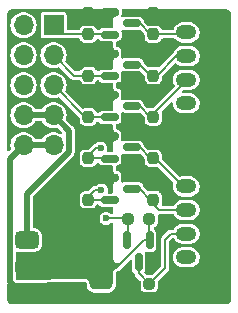
<source format=gtl>
G04 #@! TF.GenerationSoftware,KiCad,Pcbnew,8.0.5*
G04 #@! TF.CreationDate,2025-02-14T04:05:40-05:00*
G04 #@! TF.ProjectId,UTSM Adaptor,5554534d-2041-4646-9170-746f722e6b69,rev?*
G04 #@! TF.SameCoordinates,Original*
G04 #@! TF.FileFunction,Copper,L1,Top*
G04 #@! TF.FilePolarity,Positive*
%FSLAX46Y46*%
G04 Gerber Fmt 4.6, Leading zero omitted, Abs format (unit mm)*
G04 Created by KiCad (PCBNEW 8.0.5) date 2025-02-14 04:05:40*
%MOMM*%
%LPD*%
G01*
G04 APERTURE LIST*
G04 Aperture macros list*
%AMRoundRect*
0 Rectangle with rounded corners*
0 $1 Rounding radius*
0 $2 $3 $4 $5 $6 $7 $8 $9 X,Y pos of 4 corners*
0 Add a 4 corners polygon primitive as box body*
4,1,4,$2,$3,$4,$5,$6,$7,$8,$9,$2,$3,0*
0 Add four circle primitives for the rounded corners*
1,1,$1+$1,$2,$3*
1,1,$1+$1,$4,$5*
1,1,$1+$1,$6,$7*
1,1,$1+$1,$8,$9*
0 Add four rect primitives between the rounded corners*
20,1,$1+$1,$2,$3,$4,$5,0*
20,1,$1+$1,$4,$5,$6,$7,0*
20,1,$1+$1,$6,$7,$8,$9,0*
20,1,$1+$1,$8,$9,$2,$3,0*%
G04 Aperture macros list end*
G04 #@! TA.AperFunction,SMDPad,CuDef*
%ADD10RoundRect,0.237500X-0.237500X0.250000X-0.237500X-0.250000X0.237500X-0.250000X0.237500X0.250000X0*%
G04 #@! TD*
G04 #@! TA.AperFunction,SMDPad,CuDef*
%ADD11RoundRect,0.150000X-0.587500X-0.150000X0.587500X-0.150000X0.587500X0.150000X-0.587500X0.150000X0*%
G04 #@! TD*
G04 #@! TA.AperFunction,ComponentPad*
%ADD12RoundRect,0.250000X0.625000X-0.350000X0.625000X0.350000X-0.625000X0.350000X-0.625000X-0.350000X0*%
G04 #@! TD*
G04 #@! TA.AperFunction,ComponentPad*
%ADD13O,1.750000X1.200000*%
G04 #@! TD*
G04 #@! TA.AperFunction,SMDPad,CuDef*
%ADD14RoundRect,0.237500X0.250000X0.237500X-0.250000X0.237500X-0.250000X-0.237500X0.250000X-0.237500X0*%
G04 #@! TD*
G04 #@! TA.AperFunction,SMDPad,CuDef*
%ADD15RoundRect,0.237500X-0.250000X-0.237500X0.250000X-0.237500X0.250000X0.237500X-0.250000X0.237500X0*%
G04 #@! TD*
G04 #@! TA.AperFunction,SMDPad,CuDef*
%ADD16RoundRect,0.375000X-0.625000X-0.375000X0.625000X-0.375000X0.625000X0.375000X-0.625000X0.375000X0*%
G04 #@! TD*
G04 #@! TA.AperFunction,SMDPad,CuDef*
%ADD17RoundRect,0.500000X-0.500000X-1.400000X0.500000X-1.400000X0.500000X1.400000X-0.500000X1.400000X0*%
G04 #@! TD*
G04 #@! TA.AperFunction,SMDPad,CuDef*
%ADD18RoundRect,0.150000X-0.150000X0.587500X-0.150000X-0.587500X0.150000X-0.587500X0.150000X0.587500X0*%
G04 #@! TD*
G04 #@! TA.AperFunction,ComponentPad*
%ADD19R,1.700000X1.700000*%
G04 #@! TD*
G04 #@! TA.AperFunction,ComponentPad*
%ADD20O,1.700000X1.700000*%
G04 #@! TD*
G04 #@! TA.AperFunction,ViaPad*
%ADD21C,0.600000*%
G04 #@! TD*
G04 #@! TA.AperFunction,Conductor*
%ADD22C,0.500000*%
G04 #@! TD*
G04 #@! TA.AperFunction,Conductor*
%ADD23C,0.200000*%
G04 #@! TD*
G04 APERTURE END LIST*
D10*
X118000000Y-62287500D03*
X118000000Y-64112500D03*
X123500000Y-62287500D03*
X123500000Y-64112500D03*
X123500000Y-55287500D03*
X123500000Y-57112500D03*
X118012500Y-58787500D03*
X118012500Y-60612500D03*
D11*
X119812500Y-65750000D03*
X119812500Y-67650000D03*
X121687500Y-66700000D03*
X119812500Y-58750000D03*
X119812500Y-60650000D03*
X121687500Y-59700000D03*
D10*
X118000000Y-65787500D03*
X118000000Y-67612500D03*
X118000000Y-69287500D03*
X118000000Y-71112500D03*
X123500000Y-69287500D03*
X123500000Y-71112500D03*
X123512500Y-58787500D03*
X123512500Y-60612500D03*
X118000000Y-55287500D03*
X118000000Y-57112500D03*
D12*
X126300000Y-64962500D03*
D13*
X126300000Y-62962500D03*
X126300000Y-60962500D03*
X126300000Y-58962500D03*
X126300000Y-56962500D03*
D10*
X123500000Y-65787500D03*
X123500000Y-67612500D03*
D14*
X123162500Y-72750000D03*
X121337500Y-72750000D03*
D15*
X121337500Y-78250000D03*
X123162500Y-78250000D03*
D16*
X112800000Y-74550000D03*
X112800000Y-76850000D03*
D17*
X119100000Y-76850000D03*
D16*
X112800000Y-79150000D03*
D12*
X126300000Y-78000000D03*
D13*
X126300000Y-76000000D03*
X126300000Y-74000000D03*
X126300000Y-72000000D03*
X126300000Y-70000000D03*
D11*
X119812500Y-62250000D03*
X119812500Y-64150000D03*
X121687500Y-63200000D03*
X119825000Y-55250000D03*
X119825000Y-57150000D03*
X121700000Y-56200000D03*
X119812500Y-69250000D03*
X119812500Y-71150000D03*
X121687500Y-70200000D03*
D18*
X123200000Y-74562500D03*
X121300000Y-74562500D03*
X122250000Y-76437500D03*
D19*
X115050000Y-56350000D03*
D20*
X112510000Y-56350000D03*
X115050000Y-58890000D03*
X112510000Y-58890000D03*
X115050000Y-61430000D03*
X112510000Y-61430000D03*
X115050000Y-63970000D03*
X112510000Y-63970000D03*
X115050000Y-66510000D03*
X112510000Y-66510000D03*
D21*
X119100000Y-70300000D03*
X119500000Y-72700000D03*
X119050000Y-66750000D03*
D22*
X115050000Y-63970000D02*
X112510000Y-63970000D01*
X115050000Y-63970000D02*
X116350000Y-65270000D01*
X116350000Y-65270000D02*
X116350000Y-67048478D01*
X116350000Y-67048478D02*
X112800000Y-70598478D01*
X112800000Y-70598478D02*
X112800000Y-74550000D01*
D23*
X123162500Y-74525000D02*
X123200000Y-74562500D01*
X117750000Y-65787500D02*
X119525000Y-65787500D01*
X119525000Y-62287500D02*
X119562500Y-62250000D01*
X123162500Y-72750000D02*
X123162500Y-74525000D01*
X119537500Y-55287500D02*
X119575000Y-55250000D01*
X119100000Y-76850000D02*
X120390552Y-76850000D01*
X122678052Y-74562500D02*
X123200000Y-74562500D01*
X120390552Y-76850000D02*
X122678052Y-74562500D01*
X119525000Y-58787500D02*
X119562500Y-58750000D01*
X119525000Y-65787500D02*
X119562500Y-65750000D01*
X117762500Y-58787500D02*
X119525000Y-58787500D01*
X119525000Y-69287500D02*
X119562500Y-69250000D01*
X117750000Y-55287500D02*
X119537500Y-55287500D01*
X117750000Y-69287500D02*
X119525000Y-69287500D01*
X117750000Y-62287500D02*
X119525000Y-62287500D01*
D22*
X111350000Y-78050000D02*
X111350000Y-67670000D01*
X112510000Y-66510000D02*
X115050000Y-66510000D01*
X112450000Y-79150000D02*
X111350000Y-78050000D01*
X111350000Y-67670000D02*
X112510000Y-66510000D01*
X112800000Y-79150000D02*
X112450000Y-79150000D01*
D23*
X117750000Y-57112500D02*
X115812500Y-57112500D01*
X119537500Y-57112500D02*
X119575000Y-57150000D01*
X117750000Y-57112500D02*
X119537500Y-57112500D01*
X115812500Y-57112500D02*
X115050000Y-56350000D01*
X117732500Y-64112500D02*
X115050000Y-61430000D01*
X119525000Y-64112500D02*
X119562500Y-64150000D01*
X117750000Y-64112500D02*
X117732500Y-64112500D01*
X117750000Y-64112500D02*
X119525000Y-64112500D01*
X119525000Y-71112500D02*
X119562500Y-71150000D01*
X118562500Y-70300000D02*
X117750000Y-71112500D01*
X119100000Y-70300000D02*
X118562500Y-70300000D01*
X117750000Y-71112500D02*
X119525000Y-71112500D01*
X121337500Y-74525000D02*
X121300000Y-74562500D01*
X121287500Y-72700000D02*
X121337500Y-72750000D01*
X119500000Y-72700000D02*
X121287500Y-72700000D01*
X121337500Y-72750000D02*
X121337500Y-74525000D01*
X117762500Y-60612500D02*
X119525000Y-60612500D01*
X119525000Y-60612500D02*
X119562500Y-60650000D01*
X117762500Y-60612500D02*
X116772500Y-60612500D01*
X116772500Y-60612500D02*
X115050000Y-58890000D01*
X118612500Y-66750000D02*
X117750000Y-67612500D01*
X119525000Y-67612500D02*
X119562500Y-67650000D01*
X117750000Y-67612500D02*
X119525000Y-67612500D01*
X119050000Y-66750000D02*
X118612500Y-66750000D01*
X123250000Y-71112500D02*
X123250000Y-71250000D01*
X124000000Y-72000000D02*
X126000000Y-72000000D01*
X122337500Y-70200000D02*
X123250000Y-71112500D01*
X123250000Y-71250000D02*
X124000000Y-72000000D01*
X121437500Y-70200000D02*
X122337500Y-70200000D01*
X125850000Y-57112500D02*
X126000000Y-56962500D01*
X122337500Y-56200000D02*
X123250000Y-57112500D01*
X123250000Y-57112500D02*
X125850000Y-57112500D01*
X121450000Y-56200000D02*
X122337500Y-56200000D01*
X123250000Y-64112500D02*
X126000000Y-61362500D01*
X122337500Y-63200000D02*
X123250000Y-64112500D01*
X121437500Y-63200000D02*
X122337500Y-63200000D01*
X126000000Y-61362500D02*
X126000000Y-60962500D01*
X125437500Y-58962500D02*
X126000000Y-58962500D01*
X122350000Y-59700000D02*
X123262500Y-60612500D01*
X123787500Y-60612500D02*
X125437500Y-58962500D01*
X123262500Y-60612500D02*
X123787500Y-60612500D01*
X121437500Y-59700000D02*
X122350000Y-59700000D01*
X121437500Y-66700000D02*
X122337500Y-66700000D01*
X123612500Y-67612500D02*
X126000000Y-70000000D01*
X123250000Y-67612500D02*
X123612500Y-67612500D01*
X122337500Y-66700000D02*
X123250000Y-67612500D01*
X126000000Y-74000000D02*
X125000000Y-74000000D01*
X122250000Y-76437500D02*
X122250000Y-77337500D01*
X125000000Y-74000000D02*
X124500000Y-74500000D01*
X124500000Y-74500000D02*
X124500000Y-76912500D01*
X122250000Y-77337500D02*
X123162500Y-78250000D01*
X124500000Y-76912500D02*
X123162500Y-78250000D01*
G04 #@! TA.AperFunction,Conductor*
G36*
X120500538Y-55001435D02*
G01*
X120546293Y-55054239D01*
X120557499Y-55105750D01*
X120557499Y-55401652D01*
X120555974Y-55421042D01*
X120553708Y-55435355D01*
X120553330Y-55437740D01*
X120523406Y-55500877D01*
X120464098Y-55537814D01*
X120450252Y-55540826D01*
X120414670Y-55546461D01*
X120414619Y-55546471D01*
X120380873Y-55554191D01*
X120380847Y-55554198D01*
X120348806Y-55563856D01*
X120341799Y-55566078D01*
X120255177Y-55615404D01*
X120255173Y-55615407D01*
X120202371Y-55661159D01*
X120170743Y-55693936D01*
X120124534Y-55782273D01*
X120124533Y-55782273D01*
X120104851Y-55849305D01*
X120104848Y-55849317D01*
X120094500Y-55921294D01*
X120094500Y-56475500D01*
X120074815Y-56542539D01*
X120022011Y-56588294D01*
X119970500Y-56599500D01*
X119205982Y-56599500D01*
X119125019Y-56612323D01*
X119112196Y-56614354D01*
X118999158Y-56671950D01*
X118999157Y-56671951D01*
X118999156Y-56671951D01*
X118981597Y-56689511D01*
X118945425Y-56725682D01*
X118884105Y-56759166D01*
X118857746Y-56762000D01*
X118806949Y-56762000D01*
X118739910Y-56742315D01*
X118694155Y-56689511D01*
X118690773Y-56681349D01*
X118670212Y-56626222D01*
X118586116Y-56513884D01*
X118518612Y-56463351D01*
X118473780Y-56429789D01*
X118473778Y-56429788D01*
X118447144Y-56419854D01*
X118342299Y-56380748D01*
X118284190Y-56374500D01*
X118284174Y-56374500D01*
X117715826Y-56374500D01*
X117715809Y-56374500D01*
X117657700Y-56380748D01*
X117526219Y-56429789D01*
X117413884Y-56513884D01*
X117329789Y-56626219D01*
X117329788Y-56626222D01*
X117309231Y-56681335D01*
X117267361Y-56737267D01*
X117201897Y-56761684D01*
X117193051Y-56762000D01*
X116274500Y-56762000D01*
X116207461Y-56742315D01*
X116161706Y-56689511D01*
X116150500Y-56638000D01*
X116150500Y-55475323D01*
X116150499Y-55475321D01*
X116135967Y-55402264D01*
X116135966Y-55402260D01*
X116114459Y-55370072D01*
X116080601Y-55319399D01*
X116018166Y-55277682D01*
X115997739Y-55264033D01*
X115997735Y-55264032D01*
X115924677Y-55249500D01*
X115924674Y-55249500D01*
X114175326Y-55249500D01*
X114175323Y-55249500D01*
X114102264Y-55264032D01*
X114102260Y-55264033D01*
X114019399Y-55319399D01*
X113964033Y-55402260D01*
X113964032Y-55402264D01*
X113949500Y-55475321D01*
X113949500Y-57224678D01*
X113964032Y-57297735D01*
X113964033Y-57297739D01*
X113973129Y-57311352D01*
X114019399Y-57380601D01*
X114085347Y-57424665D01*
X114102260Y-57435966D01*
X114102264Y-57435967D01*
X114175321Y-57450499D01*
X114175324Y-57450500D01*
X114175326Y-57450500D01*
X115703380Y-57450500D01*
X115735472Y-57454725D01*
X115747044Y-57457825D01*
X115766356Y-57463000D01*
X115858644Y-57463000D01*
X117193051Y-57463000D01*
X117260090Y-57482685D01*
X117305845Y-57535489D01*
X117309226Y-57543650D01*
X117329788Y-57598778D01*
X117413884Y-57711116D01*
X117526222Y-57795212D01*
X117618594Y-57829665D01*
X117657700Y-57844251D01*
X117715809Y-57850499D01*
X117715826Y-57850500D01*
X118284174Y-57850500D01*
X118284190Y-57850499D01*
X118342299Y-57844251D01*
X118473778Y-57795212D01*
X118586116Y-57711116D01*
X118670212Y-57598778D01*
X118685749Y-57557119D01*
X118727619Y-57501188D01*
X118793083Y-57476771D01*
X118861356Y-57491622D01*
X118901671Y-57531936D01*
X118903717Y-57530450D01*
X118909454Y-57538347D01*
X118999152Y-57628045D01*
X118999154Y-57628046D01*
X118999158Y-57628050D01*
X119112196Y-57685646D01*
X119112198Y-57685647D01*
X119205975Y-57700499D01*
X119205981Y-57700500D01*
X119970500Y-57700499D01*
X120037539Y-57720183D01*
X120083294Y-57772987D01*
X120094500Y-57824499D01*
X120094500Y-58080682D01*
X120095975Y-58102400D01*
X120096846Y-58115226D01*
X120096849Y-58115255D01*
X120101382Y-58148463D01*
X120102472Y-58155680D01*
X120137643Y-58248962D01*
X120174569Y-58308267D01*
X120174573Y-58308273D01*
X120174575Y-58308275D01*
X120202002Y-58344642D01*
X120282022Y-58404099D01*
X120345157Y-58434028D01*
X120348993Y-58435214D01*
X120414621Y-58455506D01*
X120414625Y-58455507D01*
X120414635Y-58455510D01*
X120425960Y-58457303D01*
X120462860Y-58469291D01*
X120468794Y-58472314D01*
X120500179Y-58495118D01*
X120504880Y-58499819D01*
X120527684Y-58531205D01*
X120530705Y-58537134D01*
X120542691Y-58574018D01*
X120543470Y-58578933D01*
X120544999Y-58598344D01*
X120544999Y-58901652D01*
X120543473Y-58921049D01*
X120540828Y-58937750D01*
X120510899Y-59000885D01*
X120451588Y-59037817D01*
X120437752Y-59040826D01*
X120414666Y-59044482D01*
X120414620Y-59044491D01*
X120380868Y-59052212D01*
X120380846Y-59052218D01*
X120348806Y-59061876D01*
X120341799Y-59064098D01*
X120255177Y-59113424D01*
X120255173Y-59113427D01*
X120202371Y-59159179D01*
X120170743Y-59191956D01*
X120124534Y-59280293D01*
X120124533Y-59280293D01*
X120104851Y-59347325D01*
X120104848Y-59347337D01*
X120094500Y-59419314D01*
X120094500Y-59975500D01*
X120074815Y-60042539D01*
X120022011Y-60088294D01*
X119970500Y-60099500D01*
X119193482Y-60099500D01*
X119112519Y-60112323D01*
X119099696Y-60114354D01*
X118986658Y-60171950D01*
X118986657Y-60171951D01*
X118986656Y-60171951D01*
X118969097Y-60189511D01*
X118932925Y-60225682D01*
X118871605Y-60259166D01*
X118845246Y-60262000D01*
X118819449Y-60262000D01*
X118752410Y-60242315D01*
X118706655Y-60189511D01*
X118703273Y-60181349D01*
X118682712Y-60126222D01*
X118598616Y-60013884D01*
X118531112Y-59963351D01*
X118486280Y-59929789D01*
X118486278Y-59929788D01*
X118459644Y-59919854D01*
X118354799Y-59880748D01*
X118296690Y-59874500D01*
X118296674Y-59874500D01*
X117728326Y-59874500D01*
X117728309Y-59874500D01*
X117670200Y-59880748D01*
X117538719Y-59929789D01*
X117426384Y-60013884D01*
X117342289Y-60126219D01*
X117342288Y-60126222D01*
X117321731Y-60181335D01*
X117279861Y-60237267D01*
X117214397Y-60261684D01*
X117205551Y-60262000D01*
X116969044Y-60262000D01*
X116902005Y-60242315D01*
X116881363Y-60225681D01*
X116098576Y-59442894D01*
X116065091Y-59381571D01*
X116070075Y-59311879D01*
X116075251Y-59299954D01*
X116080582Y-59289250D01*
X116136397Y-59093083D01*
X116155215Y-58890000D01*
X116136397Y-58686917D01*
X116080582Y-58490750D01*
X116069897Y-58469292D01*
X116036272Y-58401764D01*
X115989673Y-58308179D01*
X115866764Y-58145421D01*
X115866762Y-58145418D01*
X115716041Y-58008019D01*
X115716039Y-58008017D01*
X115542642Y-57900655D01*
X115542635Y-57900651D01*
X115397048Y-57844251D01*
X115352456Y-57826976D01*
X115151976Y-57789500D01*
X114948024Y-57789500D01*
X114747544Y-57826976D01*
X114747541Y-57826976D01*
X114747541Y-57826977D01*
X114557364Y-57900651D01*
X114557357Y-57900655D01*
X114383960Y-58008017D01*
X114383958Y-58008019D01*
X114233237Y-58145418D01*
X114110327Y-58308178D01*
X114019422Y-58490739D01*
X114019417Y-58490752D01*
X113963602Y-58686917D01*
X113944785Y-58889999D01*
X113944785Y-58890000D01*
X113963602Y-59093082D01*
X114019417Y-59289247D01*
X114019422Y-59289260D01*
X114110327Y-59471821D01*
X114233237Y-59634581D01*
X114383958Y-59771980D01*
X114383960Y-59771982D01*
X114483141Y-59833392D01*
X114557363Y-59879348D01*
X114747544Y-59953024D01*
X114948024Y-59990500D01*
X114948026Y-59990500D01*
X115151974Y-59990500D01*
X115151976Y-59990500D01*
X115352456Y-59953024D01*
X115468037Y-59908247D01*
X115537658Y-59902385D01*
X115599399Y-59935094D01*
X115600511Y-59936193D01*
X116557288Y-60892970D01*
X116622240Y-60930470D01*
X116637212Y-60939114D01*
X116726356Y-60963000D01*
X117205551Y-60963000D01*
X117272590Y-60982685D01*
X117318345Y-61035489D01*
X117321726Y-61043650D01*
X117342288Y-61098778D01*
X117426384Y-61211116D01*
X117538722Y-61295212D01*
X117617244Y-61324499D01*
X117670200Y-61344251D01*
X117728309Y-61350499D01*
X117728326Y-61350500D01*
X118296674Y-61350500D01*
X118296690Y-61350499D01*
X118354799Y-61344251D01*
X118359837Y-61342372D01*
X118486278Y-61295212D01*
X118598616Y-61211116D01*
X118682712Y-61098778D01*
X118689900Y-61079503D01*
X118731771Y-61023571D01*
X118797235Y-60999153D01*
X118865508Y-61014004D01*
X118893763Y-61035156D01*
X118986652Y-61128045D01*
X118986654Y-61128046D01*
X118986658Y-61128050D01*
X119099696Y-61185646D01*
X119099698Y-61185647D01*
X119193475Y-61200499D01*
X119193481Y-61200500D01*
X119970500Y-61200499D01*
X120037539Y-61220183D01*
X120083294Y-61272987D01*
X120094500Y-61324499D01*
X120094500Y-61580682D01*
X120095241Y-61591587D01*
X120096846Y-61615226D01*
X120096849Y-61615255D01*
X120101382Y-61648463D01*
X120102472Y-61655680D01*
X120137643Y-61748962D01*
X120174569Y-61808267D01*
X120174573Y-61808273D01*
X120202001Y-61844641D01*
X120202002Y-61844642D01*
X120282022Y-61904099D01*
X120345157Y-61934028D01*
X120374245Y-61943021D01*
X120414621Y-61955506D01*
X120414625Y-61955507D01*
X120414635Y-61955510D01*
X120425960Y-61957303D01*
X120462860Y-61969291D01*
X120468794Y-61972314D01*
X120500179Y-61995118D01*
X120504880Y-61999819D01*
X120527684Y-62031205D01*
X120530705Y-62037134D01*
X120542691Y-62074018D01*
X120543470Y-62078933D01*
X120544999Y-62098344D01*
X120544999Y-62401651D01*
X120543472Y-62421054D01*
X120540826Y-62437756D01*
X120510894Y-62500889D01*
X120451581Y-62537818D01*
X120437752Y-62540826D01*
X120414662Y-62544483D01*
X120414620Y-62544491D01*
X120380868Y-62552212D01*
X120380846Y-62552218D01*
X120348806Y-62561876D01*
X120341799Y-62564098D01*
X120255177Y-62613424D01*
X120255173Y-62613427D01*
X120202371Y-62659179D01*
X120170743Y-62691956D01*
X120124534Y-62780293D01*
X120124533Y-62780293D01*
X120104851Y-62847325D01*
X120104848Y-62847337D01*
X120094500Y-62919314D01*
X120094500Y-63475500D01*
X120074815Y-63542539D01*
X120022011Y-63588294D01*
X119970500Y-63599500D01*
X119193482Y-63599500D01*
X119112519Y-63612323D01*
X119099696Y-63614354D01*
X118986658Y-63671950D01*
X118986657Y-63671951D01*
X118986656Y-63671951D01*
X118969097Y-63689511D01*
X118932925Y-63725682D01*
X118871605Y-63759166D01*
X118845246Y-63762000D01*
X118806949Y-63762000D01*
X118739910Y-63742315D01*
X118694155Y-63689511D01*
X118690773Y-63681349D01*
X118670212Y-63626222D01*
X118586116Y-63513884D01*
X118500531Y-63449815D01*
X118473780Y-63429789D01*
X118473778Y-63429788D01*
X118447144Y-63419854D01*
X118342299Y-63380748D01*
X118284190Y-63374500D01*
X118284174Y-63374500D01*
X117715826Y-63374500D01*
X117715809Y-63374500D01*
X117657704Y-63380748D01*
X117657693Y-63380751D01*
X117614904Y-63396710D01*
X117545212Y-63401694D01*
X117483891Y-63368209D01*
X116098576Y-61982894D01*
X116065091Y-61921571D01*
X116070075Y-61851879D01*
X116075251Y-61839954D01*
X116080582Y-61829250D01*
X116136397Y-61633083D01*
X116155215Y-61430000D01*
X116136397Y-61226917D01*
X116080582Y-61030750D01*
X116079507Y-61028592D01*
X116019499Y-60908078D01*
X115989673Y-60848179D01*
X115866764Y-60685421D01*
X115866762Y-60685418D01*
X115716041Y-60548019D01*
X115716039Y-60548017D01*
X115542642Y-60440655D01*
X115542635Y-60440651D01*
X115412830Y-60390365D01*
X115352456Y-60366976D01*
X115151976Y-60329500D01*
X114948024Y-60329500D01*
X114747544Y-60366976D01*
X114747541Y-60366976D01*
X114747541Y-60366977D01*
X114557364Y-60440651D01*
X114557357Y-60440655D01*
X114383960Y-60548017D01*
X114383958Y-60548019D01*
X114233237Y-60685418D01*
X114110327Y-60848178D01*
X114019422Y-61030739D01*
X114019417Y-61030752D01*
X113963602Y-61226917D01*
X113944785Y-61429999D01*
X113944785Y-61430000D01*
X113963602Y-61633082D01*
X114019417Y-61829247D01*
X114019422Y-61829260D01*
X114110327Y-62011821D01*
X114233237Y-62174581D01*
X114383958Y-62311980D01*
X114383960Y-62311982D01*
X114473625Y-62367500D01*
X114557363Y-62419348D01*
X114747544Y-62493024D01*
X114948024Y-62530500D01*
X114948026Y-62530500D01*
X115151974Y-62530500D01*
X115151976Y-62530500D01*
X115352456Y-62493024D01*
X115468037Y-62448247D01*
X115537658Y-62442385D01*
X115599399Y-62475094D01*
X115600511Y-62476193D01*
X117238181Y-64113863D01*
X117271666Y-64175186D01*
X117274500Y-64201544D01*
X117274500Y-64409190D01*
X117280748Y-64467299D01*
X117307576Y-64539226D01*
X117329788Y-64598778D01*
X117413884Y-64711116D01*
X117526222Y-64795212D01*
X117604744Y-64824499D01*
X117657700Y-64844251D01*
X117715809Y-64850499D01*
X117715826Y-64850500D01*
X118284174Y-64850500D01*
X118284190Y-64850499D01*
X118342299Y-64844251D01*
X118473778Y-64795212D01*
X118586116Y-64711116D01*
X118670212Y-64598778D01*
X118681297Y-64569057D01*
X118723167Y-64513125D01*
X118788632Y-64488708D01*
X118856905Y-64503560D01*
X118889381Y-64532109D01*
X118890049Y-64531442D01*
X118986652Y-64628045D01*
X118986654Y-64628046D01*
X118986658Y-64628050D01*
X119099696Y-64685646D01*
X119099698Y-64685647D01*
X119193475Y-64700499D01*
X119193481Y-64700500D01*
X119970500Y-64700499D01*
X120037539Y-64720183D01*
X120083294Y-64772987D01*
X120094500Y-64824499D01*
X120094500Y-65080682D01*
X120095975Y-65102400D01*
X120096846Y-65115226D01*
X120096849Y-65115255D01*
X120101382Y-65148463D01*
X120102472Y-65155680D01*
X120137643Y-65248962D01*
X120174569Y-65308267D01*
X120174573Y-65308273D01*
X120202001Y-65344641D01*
X120202002Y-65344642D01*
X120282022Y-65404099D01*
X120345157Y-65434028D01*
X120374245Y-65443021D01*
X120414621Y-65455506D01*
X120414625Y-65455507D01*
X120414635Y-65455510D01*
X120425960Y-65457303D01*
X120462860Y-65469291D01*
X120468794Y-65472314D01*
X120500179Y-65495118D01*
X120504880Y-65499819D01*
X120527684Y-65531205D01*
X120530705Y-65537134D01*
X120542691Y-65574018D01*
X120543470Y-65578933D01*
X120544999Y-65598344D01*
X120544999Y-65901652D01*
X120543473Y-65921049D01*
X120540828Y-65937750D01*
X120510899Y-66000885D01*
X120451588Y-66037817D01*
X120437752Y-66040826D01*
X120414666Y-66044482D01*
X120414620Y-66044491D01*
X120380868Y-66052212D01*
X120380846Y-66052218D01*
X120348806Y-66061876D01*
X120341799Y-66064098D01*
X120255177Y-66113424D01*
X120255173Y-66113427D01*
X120202371Y-66159179D01*
X120170743Y-66191956D01*
X120124534Y-66280293D01*
X120124533Y-66280293D01*
X120104851Y-66347325D01*
X120104848Y-66347337D01*
X120094500Y-66419314D01*
X120094500Y-66975500D01*
X120074815Y-67042539D01*
X120022011Y-67088294D01*
X119970500Y-67099500D01*
X119686668Y-67099500D01*
X119619629Y-67079815D01*
X119573874Y-67027011D01*
X119563930Y-66957853D01*
X119572106Y-66928049D01*
X119574955Y-66921170D01*
X119586330Y-66893709D01*
X119605250Y-66750000D01*
X119586330Y-66606291D01*
X119530861Y-66472375D01*
X119442621Y-66357379D01*
X119327625Y-66269139D01*
X119327624Y-66269138D01*
X119327622Y-66269137D01*
X119193712Y-66213671D01*
X119193710Y-66213670D01*
X119193709Y-66213670D01*
X119121854Y-66204210D01*
X119050001Y-66194750D01*
X119049999Y-66194750D01*
X118906291Y-66213670D01*
X118906287Y-66213671D01*
X118772377Y-66269137D01*
X118657372Y-66357384D01*
X118651628Y-66363129D01*
X118649111Y-66360612D01*
X118605817Y-66392203D01*
X118574317Y-66397687D01*
X118574416Y-66398439D01*
X118566356Y-66399500D01*
X118477212Y-66423386D01*
X118477209Y-66423387D01*
X118397291Y-66469527D01*
X118397286Y-66469531D01*
X118028637Y-66838181D01*
X117967314Y-66871666D01*
X117940956Y-66874500D01*
X117715809Y-66874500D01*
X117657700Y-66880748D01*
X117526219Y-66929789D01*
X117413884Y-67013884D01*
X117329789Y-67126219D01*
X117280748Y-67257700D01*
X117274500Y-67315809D01*
X117274500Y-67909190D01*
X117280748Y-67967299D01*
X117318554Y-68068658D01*
X117329788Y-68098778D01*
X117413884Y-68211116D01*
X117526222Y-68295212D01*
X117604744Y-68324499D01*
X117657700Y-68344251D01*
X117715809Y-68350499D01*
X117715826Y-68350500D01*
X118284174Y-68350500D01*
X118284190Y-68350499D01*
X118342299Y-68344251D01*
X118473778Y-68295212D01*
X118586116Y-68211116D01*
X118670212Y-68098778D01*
X118681297Y-68069057D01*
X118723167Y-68013125D01*
X118788632Y-67988708D01*
X118856905Y-68003560D01*
X118889381Y-68032109D01*
X118890049Y-68031442D01*
X118986652Y-68128045D01*
X118986654Y-68128046D01*
X118986658Y-68128050D01*
X119085369Y-68178346D01*
X119099698Y-68185647D01*
X119193475Y-68200499D01*
X119193481Y-68200500D01*
X119970500Y-68200499D01*
X120037539Y-68220183D01*
X120083294Y-68272987D01*
X120094500Y-68324499D01*
X120094500Y-68580682D01*
X120095975Y-68602400D01*
X120096846Y-68615226D01*
X120096849Y-68615255D01*
X120101382Y-68648463D01*
X120102472Y-68655680D01*
X120137643Y-68748962D01*
X120174569Y-68808267D01*
X120174573Y-68808273D01*
X120174575Y-68808275D01*
X120202002Y-68844642D01*
X120282022Y-68904099D01*
X120345157Y-68934028D01*
X120374245Y-68943021D01*
X120414621Y-68955506D01*
X120414625Y-68955507D01*
X120414635Y-68955510D01*
X120425960Y-68957303D01*
X120462860Y-68969291D01*
X120468794Y-68972314D01*
X120500179Y-68995118D01*
X120504880Y-68999819D01*
X120527684Y-69031205D01*
X120530705Y-69037134D01*
X120542691Y-69074018D01*
X120543470Y-69078933D01*
X120544999Y-69098344D01*
X120544999Y-69401651D01*
X120543472Y-69421054D01*
X120540826Y-69437756D01*
X120510894Y-69500889D01*
X120451581Y-69537818D01*
X120437752Y-69540826D01*
X120414662Y-69544483D01*
X120414620Y-69544491D01*
X120380868Y-69552212D01*
X120380846Y-69552218D01*
X120348806Y-69561876D01*
X120341799Y-69564098D01*
X120255177Y-69613424D01*
X120255173Y-69613427D01*
X120202371Y-69659179D01*
X120170743Y-69691956D01*
X120124534Y-69780293D01*
X120124533Y-69780293D01*
X120104851Y-69847325D01*
X120104848Y-69847337D01*
X120094500Y-69919314D01*
X120094500Y-70475500D01*
X120074815Y-70542539D01*
X120022011Y-70588294D01*
X119970500Y-70599500D01*
X119756186Y-70599500D01*
X119689147Y-70579815D01*
X119643392Y-70527011D01*
X119633448Y-70457853D01*
X119636296Y-70443964D01*
X119638163Y-70429789D01*
X119655250Y-70300000D01*
X119636330Y-70156291D01*
X119580861Y-70022375D01*
X119492621Y-69907379D01*
X119377625Y-69819139D01*
X119377624Y-69819138D01*
X119377622Y-69819137D01*
X119243712Y-69763671D01*
X119243710Y-69763670D01*
X119243709Y-69763670D01*
X119171854Y-69754210D01*
X119100001Y-69744750D01*
X119099999Y-69744750D01*
X118956291Y-69763670D01*
X118956287Y-69763671D01*
X118822377Y-69819137D01*
X118707372Y-69907384D01*
X118701628Y-69913129D01*
X118699111Y-69910612D01*
X118655817Y-69942203D01*
X118613908Y-69949500D01*
X118516354Y-69949500D01*
X118463329Y-69963708D01*
X118463328Y-69963707D01*
X118427216Y-69973384D01*
X118427209Y-69973387D01*
X118347291Y-70019527D01*
X118347286Y-70019531D01*
X118028637Y-70338181D01*
X117967314Y-70371666D01*
X117940956Y-70374500D01*
X117715809Y-70374500D01*
X117657700Y-70380748D01*
X117526219Y-70429789D01*
X117413884Y-70513884D01*
X117329789Y-70626219D01*
X117280748Y-70757700D01*
X117274500Y-70815809D01*
X117274500Y-71409190D01*
X117280748Y-71467299D01*
X117309438Y-71544217D01*
X117326765Y-71590674D01*
X117329789Y-71598780D01*
X117348242Y-71623430D01*
X117413884Y-71711116D01*
X117496533Y-71772987D01*
X117514927Y-71786757D01*
X117526222Y-71795212D01*
X117604744Y-71824499D01*
X117657700Y-71844251D01*
X117715809Y-71850499D01*
X117715826Y-71850500D01*
X118284174Y-71850500D01*
X118284190Y-71850499D01*
X118342299Y-71844251D01*
X118366442Y-71835246D01*
X118473778Y-71795212D01*
X118586116Y-71711116D01*
X118670212Y-71598778D01*
X118681297Y-71569057D01*
X118723167Y-71513125D01*
X118788632Y-71488708D01*
X118856905Y-71503560D01*
X118889381Y-71532109D01*
X118890049Y-71531442D01*
X118986652Y-71628045D01*
X118986654Y-71628046D01*
X118986658Y-71628050D01*
X119099696Y-71685646D01*
X119099698Y-71685647D01*
X119193475Y-71700499D01*
X119193481Y-71700500D01*
X119970500Y-71700499D01*
X120037539Y-71720183D01*
X120083294Y-71772987D01*
X120094500Y-71824499D01*
X120094500Y-72210839D01*
X120074815Y-72277878D01*
X120022011Y-72323633D01*
X119952853Y-72333577D01*
X119895013Y-72309215D01*
X119892622Y-72307380D01*
X119892621Y-72307379D01*
X119777625Y-72219139D01*
X119777624Y-72219138D01*
X119777622Y-72219137D01*
X119643712Y-72163671D01*
X119643710Y-72163670D01*
X119643709Y-72163670D01*
X119571854Y-72154210D01*
X119500001Y-72144750D01*
X119499999Y-72144750D01*
X119356291Y-72163670D01*
X119356287Y-72163671D01*
X119222377Y-72219137D01*
X119107379Y-72307379D01*
X119019137Y-72422377D01*
X118963671Y-72556287D01*
X118963670Y-72556291D01*
X118944750Y-72699999D01*
X118944750Y-72700000D01*
X118963670Y-72843708D01*
X118963671Y-72843712D01*
X119019137Y-72977622D01*
X119019138Y-72977624D01*
X119019139Y-72977625D01*
X119107379Y-73092621D01*
X119222375Y-73180861D01*
X119356291Y-73236330D01*
X119483280Y-73253048D01*
X119499999Y-73255250D01*
X119500000Y-73255250D01*
X119500001Y-73255250D01*
X119514977Y-73253278D01*
X119643709Y-73236330D01*
X119777625Y-73180861D01*
X119892621Y-73092621D01*
X119892622Y-73092619D01*
X119895013Y-73090785D01*
X119960182Y-73065590D01*
X120028627Y-73079628D01*
X120078617Y-73128442D01*
X120094500Y-73189160D01*
X120094500Y-75388785D01*
X120094829Y-75401753D01*
X120094839Y-75401935D01*
X120094999Y-75408237D01*
X120094999Y-76095011D01*
X120095162Y-76104124D01*
X120095477Y-76112969D01*
X120095479Y-76112981D01*
X120111423Y-76193141D01*
X120135838Y-76258599D01*
X120135841Y-76258608D01*
X120155498Y-76299694D01*
X120155499Y-76299695D01*
X120222118Y-76373858D01*
X120278052Y-76415729D01*
X120316801Y-76439665D01*
X120316803Y-76439665D01*
X120316804Y-76439666D01*
X120335655Y-76444837D01*
X120412940Y-76466039D01*
X120412946Y-76466039D01*
X120412949Y-76466040D01*
X120437784Y-76467815D01*
X120482631Y-76471023D01*
X120482638Y-76471022D01*
X120482640Y-76471023D01*
X120514157Y-76470460D01*
X120528169Y-76470210D01*
X120588947Y-76451178D01*
X120658804Y-76449931D01*
X120718247Y-76486649D01*
X120748403Y-76549676D01*
X120750000Y-76569513D01*
X120750000Y-76573538D01*
X120730315Y-76640577D01*
X120713681Y-76661219D01*
X120463222Y-76911678D01*
X120407636Y-76943771D01*
X120376282Y-76952172D01*
X120355949Y-76958540D01*
X120336536Y-76965521D01*
X120255671Y-77012856D01*
X120202879Y-77058600D01*
X120202874Y-77058604D01*
X120171243Y-77091384D01*
X120125034Y-77179721D01*
X120125033Y-77179721D01*
X120105351Y-77246753D01*
X120105348Y-77246765D01*
X120095000Y-77318742D01*
X120095000Y-77926000D01*
X120075315Y-77993039D01*
X120022511Y-78038794D01*
X119971000Y-78050000D01*
X118134530Y-78050000D01*
X118067491Y-78030315D01*
X118032517Y-77993964D01*
X118031698Y-77994563D01*
X118028105Y-77989642D01*
X117981572Y-77937524D01*
X117981564Y-77937516D01*
X117948336Y-77906392D01*
X117948330Y-77906388D01*
X117889672Y-77876805D01*
X117859320Y-77861498D01*
X117859317Y-77861497D01*
X117792000Y-77842811D01*
X117792003Y-77842811D01*
X117719867Y-77833531D01*
X111979810Y-77918779D01*
X111912486Y-77900092D01*
X111890288Y-77882474D01*
X111886819Y-77879005D01*
X111853334Y-77817682D01*
X111850500Y-77791324D01*
X111850500Y-75647239D01*
X111870185Y-75580200D01*
X111922989Y-75534445D01*
X111992147Y-75524501D01*
X112009094Y-75528162D01*
X112076373Y-75547709D01*
X112111837Y-75550500D01*
X113488162Y-75550499D01*
X113523627Y-75547709D01*
X113675390Y-75503618D01*
X113811420Y-75423170D01*
X113923170Y-75311420D01*
X114003618Y-75175390D01*
X114047709Y-75023627D01*
X114050500Y-74988163D01*
X114050499Y-74111838D01*
X114047709Y-74076373D01*
X114003618Y-73924610D01*
X113923170Y-73788580D01*
X113923168Y-73788578D01*
X113923165Y-73788574D01*
X113811425Y-73676834D01*
X113811416Y-73676827D01*
X113675390Y-73596382D01*
X113675385Y-73596380D01*
X113523633Y-73552292D01*
X113523620Y-73552290D01*
X113488170Y-73549500D01*
X113488163Y-73549500D01*
X113424500Y-73549500D01*
X113357461Y-73529815D01*
X113311706Y-73477011D01*
X113300500Y-73425500D01*
X113300500Y-70857154D01*
X113320185Y-70790115D01*
X113336819Y-70769473D01*
X115032274Y-69074018D01*
X116750500Y-67355792D01*
X116816392Y-67241664D01*
X116850500Y-67114371D01*
X116850500Y-66982586D01*
X116850500Y-65204108D01*
X116816392Y-65076814D01*
X116750500Y-64962686D01*
X116657314Y-64869500D01*
X116149050Y-64361236D01*
X116115565Y-64299913D01*
X116117465Y-64239620D01*
X116133278Y-64184044D01*
X116136397Y-64173083D01*
X116155215Y-63970000D01*
X116136397Y-63766917D01*
X116080582Y-63570750D01*
X116076438Y-63562428D01*
X116020364Y-63449815D01*
X115989673Y-63388179D01*
X115866764Y-63225421D01*
X115866762Y-63225418D01*
X115716041Y-63088019D01*
X115716039Y-63088017D01*
X115542642Y-62980655D01*
X115542635Y-62980651D01*
X115384304Y-62919314D01*
X115352456Y-62906976D01*
X115151976Y-62869500D01*
X114948024Y-62869500D01*
X114747544Y-62906976D01*
X114747541Y-62906976D01*
X114747541Y-62906977D01*
X114557364Y-62980651D01*
X114557357Y-62980655D01*
X114383960Y-63088017D01*
X114383958Y-63088019D01*
X114233237Y-63225418D01*
X114110326Y-63388178D01*
X114104055Y-63400774D01*
X114056551Y-63452010D01*
X113993056Y-63469500D01*
X113566944Y-63469500D01*
X113499905Y-63449815D01*
X113455945Y-63400774D01*
X113449673Y-63388178D01*
X113326762Y-63225418D01*
X113176041Y-63088019D01*
X113176039Y-63088017D01*
X113002642Y-62980655D01*
X113002635Y-62980651D01*
X112844304Y-62919314D01*
X112812456Y-62906976D01*
X112611976Y-62869500D01*
X112408024Y-62869500D01*
X112207544Y-62906976D01*
X112207541Y-62906976D01*
X112207541Y-62906977D01*
X112017364Y-62980651D01*
X112017357Y-62980655D01*
X111843960Y-63088017D01*
X111843958Y-63088019D01*
X111693237Y-63225418D01*
X111570327Y-63388178D01*
X111479422Y-63570739D01*
X111479417Y-63570752D01*
X111423602Y-63766917D01*
X111404785Y-63969999D01*
X111404785Y-63970000D01*
X111423602Y-64173082D01*
X111479417Y-64369247D01*
X111479422Y-64369260D01*
X111570327Y-64551821D01*
X111693237Y-64714581D01*
X111832638Y-64841660D01*
X111842334Y-64850500D01*
X111843958Y-64851980D01*
X111843960Y-64851982D01*
X111872253Y-64869500D01*
X112017363Y-64959348D01*
X112207544Y-65033024D01*
X112408024Y-65070500D01*
X112408026Y-65070500D01*
X112611974Y-65070500D01*
X112611976Y-65070500D01*
X112812456Y-65033024D01*
X113002637Y-64959348D01*
X113176041Y-64851981D01*
X113326764Y-64714579D01*
X113449673Y-64551821D01*
X113455945Y-64539226D01*
X113503449Y-64487990D01*
X113566944Y-64470500D01*
X113993056Y-64470500D01*
X114060095Y-64490185D01*
X114104055Y-64539226D01*
X114110326Y-64551821D01*
X114233237Y-64714581D01*
X114372638Y-64841660D01*
X114382334Y-64850500D01*
X114383958Y-64851980D01*
X114383960Y-64851982D01*
X114412253Y-64869500D01*
X114557363Y-64959348D01*
X114747544Y-65033024D01*
X114948024Y-65070500D01*
X114948026Y-65070500D01*
X115151974Y-65070500D01*
X115151976Y-65070500D01*
X115332655Y-65036725D01*
X115402168Y-65043756D01*
X115443119Y-65070933D01*
X115706452Y-65334266D01*
X115739937Y-65395589D01*
X115734953Y-65465281D01*
X115693081Y-65521214D01*
X115627617Y-65545631D01*
X115559344Y-65530779D01*
X115553511Y-65527385D01*
X115542637Y-65520652D01*
X115542634Y-65520651D01*
X115542635Y-65520651D01*
X115417861Y-65472314D01*
X115352456Y-65446976D01*
X115151976Y-65409500D01*
X114948024Y-65409500D01*
X114747544Y-65446976D01*
X114747541Y-65446976D01*
X114747541Y-65446977D01*
X114557364Y-65520651D01*
X114557357Y-65520655D01*
X114383960Y-65628017D01*
X114383958Y-65628019D01*
X114233237Y-65765418D01*
X114110326Y-65928178D01*
X114104055Y-65940774D01*
X114056551Y-65992010D01*
X113993056Y-66009500D01*
X113566944Y-66009500D01*
X113499905Y-65989815D01*
X113455945Y-65940774D01*
X113449673Y-65928178D01*
X113326762Y-65765418D01*
X113176041Y-65628019D01*
X113176039Y-65628017D01*
X113002642Y-65520655D01*
X113002635Y-65520651D01*
X112877861Y-65472314D01*
X112812456Y-65446976D01*
X112611976Y-65409500D01*
X112408024Y-65409500D01*
X112207544Y-65446976D01*
X112207541Y-65446976D01*
X112207541Y-65446977D01*
X112017364Y-65520651D01*
X112017357Y-65520655D01*
X111843960Y-65628017D01*
X111843958Y-65628019D01*
X111693237Y-65765418D01*
X111570327Y-65928178D01*
X111479422Y-66110739D01*
X111479417Y-66110752D01*
X111423602Y-66306917D01*
X111404785Y-66509999D01*
X111404785Y-66510000D01*
X111423602Y-66713079D01*
X111423602Y-66713082D01*
X111423603Y-66713083D01*
X111442534Y-66779622D01*
X111441947Y-66849487D01*
X111410949Y-66901235D01*
X111312180Y-67000004D01*
X111250859Y-67033489D01*
X111181167Y-67028505D01*
X111125233Y-66986634D01*
X111100816Y-66921170D01*
X111100500Y-66912323D01*
X111100500Y-61429999D01*
X111404785Y-61429999D01*
X111404785Y-61430000D01*
X111423602Y-61633082D01*
X111479417Y-61829247D01*
X111479422Y-61829260D01*
X111570327Y-62011821D01*
X111693237Y-62174581D01*
X111843958Y-62311980D01*
X111843960Y-62311982D01*
X111933625Y-62367500D01*
X112017363Y-62419348D01*
X112207544Y-62493024D01*
X112408024Y-62530500D01*
X112408026Y-62530500D01*
X112611974Y-62530500D01*
X112611976Y-62530500D01*
X112812456Y-62493024D01*
X113002637Y-62419348D01*
X113176041Y-62311981D01*
X113326764Y-62174579D01*
X113449673Y-62011821D01*
X113540582Y-61829250D01*
X113596397Y-61633083D01*
X113615215Y-61430000D01*
X113596397Y-61226917D01*
X113540582Y-61030750D01*
X113539507Y-61028592D01*
X113479499Y-60908078D01*
X113449673Y-60848179D01*
X113326764Y-60685421D01*
X113326762Y-60685418D01*
X113176041Y-60548019D01*
X113176039Y-60548017D01*
X113002642Y-60440655D01*
X113002635Y-60440651D01*
X112872830Y-60390365D01*
X112812456Y-60366976D01*
X112611976Y-60329500D01*
X112408024Y-60329500D01*
X112207544Y-60366976D01*
X112207541Y-60366976D01*
X112207541Y-60366977D01*
X112017364Y-60440651D01*
X112017357Y-60440655D01*
X111843960Y-60548017D01*
X111843958Y-60548019D01*
X111693237Y-60685418D01*
X111570327Y-60848178D01*
X111479422Y-61030739D01*
X111479417Y-61030752D01*
X111423602Y-61226917D01*
X111404785Y-61429999D01*
X111100500Y-61429999D01*
X111100500Y-58889999D01*
X111404785Y-58889999D01*
X111404785Y-58890000D01*
X111423602Y-59093082D01*
X111479417Y-59289247D01*
X111479422Y-59289260D01*
X111570327Y-59471821D01*
X111693237Y-59634581D01*
X111843958Y-59771980D01*
X111843960Y-59771982D01*
X111943141Y-59833392D01*
X112017363Y-59879348D01*
X112207544Y-59953024D01*
X112408024Y-59990500D01*
X112408026Y-59990500D01*
X112611974Y-59990500D01*
X112611976Y-59990500D01*
X112812456Y-59953024D01*
X113002637Y-59879348D01*
X113176041Y-59771981D01*
X113326764Y-59634579D01*
X113449673Y-59471821D01*
X113540582Y-59289250D01*
X113596397Y-59093083D01*
X113615215Y-58890000D01*
X113596397Y-58686917D01*
X113540582Y-58490750D01*
X113529897Y-58469292D01*
X113496272Y-58401764D01*
X113449673Y-58308179D01*
X113326764Y-58145421D01*
X113326762Y-58145418D01*
X113176041Y-58008019D01*
X113176039Y-58008017D01*
X113002642Y-57900655D01*
X113002635Y-57900651D01*
X112857048Y-57844251D01*
X112812456Y-57826976D01*
X112611976Y-57789500D01*
X112408024Y-57789500D01*
X112207544Y-57826976D01*
X112207541Y-57826976D01*
X112207541Y-57826977D01*
X112017364Y-57900651D01*
X112017357Y-57900655D01*
X111843960Y-58008017D01*
X111843958Y-58008019D01*
X111693237Y-58145418D01*
X111570327Y-58308178D01*
X111479422Y-58490739D01*
X111479417Y-58490752D01*
X111423602Y-58686917D01*
X111404785Y-58889999D01*
X111100500Y-58889999D01*
X111100500Y-56349999D01*
X111404785Y-56349999D01*
X111404785Y-56350000D01*
X111423602Y-56553082D01*
X111479417Y-56749247D01*
X111479422Y-56749260D01*
X111570327Y-56931821D01*
X111693237Y-57094581D01*
X111843958Y-57231980D01*
X111843960Y-57231982D01*
X111902127Y-57267997D01*
X112017363Y-57339348D01*
X112207544Y-57413024D01*
X112408024Y-57450500D01*
X112408026Y-57450500D01*
X112611974Y-57450500D01*
X112611976Y-57450500D01*
X112812456Y-57413024D01*
X113002637Y-57339348D01*
X113176041Y-57231981D01*
X113326764Y-57094579D01*
X113449673Y-56931821D01*
X113540582Y-56749250D01*
X113596397Y-56553083D01*
X113615215Y-56350000D01*
X113596397Y-56146917D01*
X113540582Y-55950750D01*
X113449673Y-55768179D01*
X113326764Y-55605421D01*
X113326762Y-55605418D01*
X113176041Y-55468019D01*
X113176039Y-55468017D01*
X113002642Y-55360655D01*
X113002635Y-55360651D01*
X112896150Y-55319399D01*
X112812456Y-55286976D01*
X112611976Y-55249500D01*
X112408024Y-55249500D01*
X112207544Y-55286976D01*
X112207541Y-55286976D01*
X112207541Y-55286977D01*
X112017364Y-55360651D01*
X112017357Y-55360655D01*
X111843960Y-55468017D01*
X111843958Y-55468019D01*
X111693237Y-55605418D01*
X111570327Y-55768178D01*
X111479422Y-55950739D01*
X111479417Y-55950752D01*
X111423602Y-56146917D01*
X111404785Y-56349999D01*
X111100500Y-56349999D01*
X111100500Y-55555401D01*
X111100502Y-55555356D01*
X111100501Y-55547121D01*
X111100503Y-55547117D01*
X111100500Y-55488183D01*
X111101279Y-55474305D01*
X111101987Y-55468019D01*
X111111456Y-55383947D01*
X111117628Y-55356896D01*
X111145348Y-55277667D01*
X111157390Y-55252662D01*
X111202035Y-55181606D01*
X111219345Y-55159898D01*
X111278678Y-55100562D01*
X111300385Y-55083251D01*
X111371440Y-55038602D01*
X111396452Y-55026555D01*
X111475664Y-54998836D01*
X111502729Y-54992659D01*
X111579232Y-54984039D01*
X111592634Y-54982530D01*
X111606517Y-54981750D01*
X111665892Y-54981750D01*
X120433499Y-54981750D01*
X120500538Y-55001435D01*
G37*
G04 #@! TD.AperFunction*
G04 #@! TA.AperFunction,Conductor*
G36*
X129606922Y-54982530D02*
G01*
X129618905Y-54983880D01*
X129697259Y-54992708D01*
X129724325Y-54998886D01*
X129803526Y-55026600D01*
X129828539Y-55038647D01*
X129899579Y-55083287D01*
X129921284Y-55100595D01*
X129980619Y-55159933D01*
X129997927Y-55181638D01*
X130030698Y-55233797D01*
X130042564Y-55252683D01*
X130054610Y-55277700D01*
X130082318Y-55356894D01*
X130088496Y-55383967D01*
X130098720Y-55474752D01*
X130099499Y-55488633D01*
X130099497Y-55555356D01*
X130099500Y-55555401D01*
X130099500Y-79407758D01*
X130099497Y-79407808D01*
X130099499Y-79474312D01*
X130098720Y-79488194D01*
X130088544Y-79578546D01*
X130082367Y-79605614D01*
X130054655Y-79684821D01*
X130042609Y-79709837D01*
X129997964Y-79780893D01*
X129980652Y-79802603D01*
X129921323Y-79861935D01*
X129899614Y-79879248D01*
X129828559Y-79923897D01*
X129803541Y-79935946D01*
X129724339Y-79963661D01*
X129697268Y-79969840D01*
X129629278Y-79977501D01*
X129607365Y-79979970D01*
X129593483Y-79980750D01*
X111606961Y-79980750D01*
X111593078Y-79979970D01*
X111559132Y-79976145D01*
X111502741Y-79969791D01*
X111475670Y-79963612D01*
X111396476Y-79935900D01*
X111371458Y-79923851D01*
X111300422Y-79879214D01*
X111278713Y-79861902D01*
X111219379Y-79802565D01*
X111202073Y-79780862D01*
X111157434Y-79709815D01*
X111145389Y-79684799D01*
X111117681Y-79605605D01*
X111111503Y-79578532D01*
X111101279Y-79487747D01*
X111100500Y-79473864D01*
X111100503Y-79415383D01*
X111100501Y-79415378D01*
X111100502Y-79407808D01*
X111100500Y-79407758D01*
X111100500Y-78309538D01*
X111120185Y-78242499D01*
X111172989Y-78196744D01*
X111222651Y-78185553D01*
X117723665Y-78089004D01*
X117790983Y-78107690D01*
X117837517Y-78159808D01*
X117849500Y-78212988D01*
X117849500Y-78300000D01*
X117849501Y-78300019D01*
X117860000Y-78402796D01*
X117860001Y-78402799D01*
X117903535Y-78534173D01*
X117915186Y-78569334D01*
X118007288Y-78718656D01*
X118131344Y-78842712D01*
X118280666Y-78934814D01*
X118447203Y-78989999D01*
X118549991Y-79000500D01*
X119650008Y-79000499D01*
X119650016Y-79000498D01*
X119650019Y-79000498D01*
X119706302Y-78994748D01*
X119752797Y-78989999D01*
X119919334Y-78934814D01*
X120068656Y-78842712D01*
X120192712Y-78718656D01*
X120284814Y-78569334D01*
X120339999Y-78402797D01*
X120350500Y-78300009D01*
X120350500Y-77318744D01*
X120370185Y-77251705D01*
X120422989Y-77205950D01*
X120442398Y-77198971D01*
X120525840Y-77176614D01*
X120605764Y-77130470D01*
X121487821Y-76248411D01*
X121549142Y-76214928D01*
X121618833Y-76219912D01*
X121674767Y-76261783D01*
X121699184Y-76327248D01*
X121699500Y-76336094D01*
X121699500Y-77056517D01*
X121710292Y-77124657D01*
X121714354Y-77150304D01*
X121771950Y-77263342D01*
X121861658Y-77353050D01*
X121861660Y-77353051D01*
X121861662Y-77353053D01*
X121862946Y-77353986D01*
X121864128Y-77355519D01*
X121868559Y-77359950D01*
X121867986Y-77360522D01*
X121905610Y-77409317D01*
X121909832Y-77422207D01*
X121923384Y-77472783D01*
X121923387Y-77472790D01*
X121969527Y-77552708D01*
X121969531Y-77552713D01*
X122388181Y-77971363D01*
X122421666Y-78032686D01*
X122424500Y-78059044D01*
X122424500Y-78534190D01*
X122430748Y-78592299D01*
X122469854Y-78697144D01*
X122479788Y-78723778D01*
X122563884Y-78836116D01*
X122676222Y-78920212D01*
X122768594Y-78954665D01*
X122807700Y-78969251D01*
X122865809Y-78975499D01*
X122865826Y-78975500D01*
X123459174Y-78975500D01*
X123459190Y-78975499D01*
X123517299Y-78969251D01*
X123648778Y-78920212D01*
X123761116Y-78836116D01*
X123845212Y-78723778D01*
X123894251Y-78592299D01*
X123896720Y-78569334D01*
X123900499Y-78534190D01*
X123900500Y-78534173D01*
X123900500Y-78059044D01*
X123920185Y-77992005D01*
X123936819Y-77971363D01*
X124355474Y-77552708D01*
X124780470Y-77127712D01*
X124826614Y-77047788D01*
X124850500Y-76958643D01*
X124850500Y-76866356D01*
X124850500Y-75916228D01*
X125174500Y-75916228D01*
X125174500Y-76083771D01*
X125207182Y-76248074D01*
X125207184Y-76248082D01*
X125271295Y-76402860D01*
X125364373Y-76542162D01*
X125482837Y-76660626D01*
X125565645Y-76715956D01*
X125622137Y-76753703D01*
X125776918Y-76817816D01*
X125941228Y-76850499D01*
X125941232Y-76850500D01*
X125941233Y-76850500D01*
X126658768Y-76850500D01*
X126658769Y-76850499D01*
X126823082Y-76817816D01*
X126977863Y-76753703D01*
X127117162Y-76660626D01*
X127235626Y-76542162D01*
X127328703Y-76402863D01*
X127392816Y-76248082D01*
X127425500Y-76083767D01*
X127425500Y-75916233D01*
X127392816Y-75751918D01*
X127328703Y-75597137D01*
X127286562Y-75534069D01*
X127235626Y-75457837D01*
X127117162Y-75339373D01*
X126977860Y-75246295D01*
X126823082Y-75182184D01*
X126823074Y-75182182D01*
X126658771Y-75149500D01*
X126658767Y-75149500D01*
X125941233Y-75149500D01*
X125941228Y-75149500D01*
X125776925Y-75182182D01*
X125776917Y-75182184D01*
X125622139Y-75246295D01*
X125482837Y-75339373D01*
X125364373Y-75457837D01*
X125271295Y-75597139D01*
X125207184Y-75751917D01*
X125207182Y-75751925D01*
X125174500Y-75916228D01*
X124850500Y-75916228D01*
X124850500Y-74696544D01*
X124870185Y-74629505D01*
X124886819Y-74608863D01*
X124953520Y-74542162D01*
X125092971Y-74402710D01*
X125154292Y-74369227D01*
X125223983Y-74374211D01*
X125279917Y-74416082D01*
X125283733Y-74421475D01*
X125305370Y-74453856D01*
X125364375Y-74542164D01*
X125482837Y-74660626D01*
X125558512Y-74711190D01*
X125622137Y-74753703D01*
X125776918Y-74817816D01*
X125941228Y-74850499D01*
X125941232Y-74850500D01*
X125941233Y-74850500D01*
X126658768Y-74850500D01*
X126658769Y-74850499D01*
X126823082Y-74817816D01*
X126977863Y-74753703D01*
X127117162Y-74660626D01*
X127235626Y-74542162D01*
X127328703Y-74402863D01*
X127392816Y-74248082D01*
X127425500Y-74083767D01*
X127425500Y-73916233D01*
X127392816Y-73751918D01*
X127333435Y-73608561D01*
X127328704Y-73597139D01*
X127328198Y-73596382D01*
X127289612Y-73538633D01*
X127235626Y-73457837D01*
X127117162Y-73339373D01*
X126977860Y-73246295D01*
X126823082Y-73182184D01*
X126823074Y-73182182D01*
X126658771Y-73149500D01*
X126658767Y-73149500D01*
X125941233Y-73149500D01*
X125941228Y-73149500D01*
X125776925Y-73182182D01*
X125776917Y-73182184D01*
X125622139Y-73246295D01*
X125482837Y-73339373D01*
X125364373Y-73457837D01*
X125281745Y-73581500D01*
X125274416Y-73592470D01*
X125273132Y-73594391D01*
X125219520Y-73639196D01*
X125170030Y-73649500D01*
X124953856Y-73649500D01*
X124864712Y-73673386D01*
X124864709Y-73673387D01*
X124784791Y-73719527D01*
X124784786Y-73719531D01*
X124219529Y-74284788D01*
X124199976Y-74318656D01*
X124183446Y-74347288D01*
X124181592Y-74350500D01*
X124173385Y-74364714D01*
X124149500Y-74453856D01*
X124149500Y-76715956D01*
X124129815Y-76782995D01*
X124113181Y-76803637D01*
X123428637Y-77488181D01*
X123367314Y-77521666D01*
X123340956Y-77524500D01*
X122984044Y-77524500D01*
X122917005Y-77504815D01*
X122896363Y-77488181D01*
X122772674Y-77364492D01*
X122739189Y-77303169D01*
X122744173Y-77233477D01*
X122749867Y-77220522D01*
X122785646Y-77150304D01*
X122785646Y-77150302D01*
X122785647Y-77150301D01*
X122800499Y-77056524D01*
X122800500Y-77056519D01*
X122800499Y-75818482D01*
X122785646Y-75724696D01*
X122778527Y-75710725D01*
X122765632Y-75642059D01*
X122791908Y-75577319D01*
X122849014Y-75537061D01*
X122915039Y-75534231D01*
X122915057Y-75534120D01*
X122915605Y-75534206D01*
X122918820Y-75534069D01*
X122923893Y-75535519D01*
X123018475Y-75550499D01*
X123018481Y-75550500D01*
X123381518Y-75550499D01*
X123475304Y-75535646D01*
X123588342Y-75478050D01*
X123678050Y-75388342D01*
X123735646Y-75275304D01*
X123735646Y-75275302D01*
X123735647Y-75275301D01*
X123746282Y-75208147D01*
X123750500Y-75181519D01*
X123750499Y-73943482D01*
X123735646Y-73849696D01*
X123678050Y-73736658D01*
X123678046Y-73736654D01*
X123678045Y-73736652D01*
X123581442Y-73640049D01*
X123582622Y-73638868D01*
X123546842Y-73592470D01*
X123540861Y-73522857D01*
X123573465Y-73461061D01*
X123619056Y-73431297D01*
X123648778Y-73420212D01*
X123761116Y-73336116D01*
X123845212Y-73223778D01*
X123894251Y-73092299D01*
X123900499Y-73034190D01*
X123900500Y-73034173D01*
X123900500Y-72474500D01*
X123920185Y-72407461D01*
X123972989Y-72361706D01*
X124024500Y-72350500D01*
X125170030Y-72350500D01*
X125237069Y-72370185D01*
X125273132Y-72405609D01*
X125364373Y-72542162D01*
X125482837Y-72660626D01*
X125541765Y-72700000D01*
X125622137Y-72753703D01*
X125776918Y-72817816D01*
X125907092Y-72843709D01*
X125941228Y-72850499D01*
X125941232Y-72850500D01*
X125941233Y-72850500D01*
X126658768Y-72850500D01*
X126658769Y-72850499D01*
X126823082Y-72817816D01*
X126977863Y-72753703D01*
X127117162Y-72660626D01*
X127235626Y-72542162D01*
X127328703Y-72402863D01*
X127392816Y-72248082D01*
X127425500Y-72083767D01*
X127425500Y-71916233D01*
X127392816Y-71751918D01*
X127328703Y-71597137D01*
X127241948Y-71467299D01*
X127235626Y-71457837D01*
X127117162Y-71339373D01*
X126977860Y-71246295D01*
X126823082Y-71182184D01*
X126823074Y-71182182D01*
X126658771Y-71149500D01*
X126658767Y-71149500D01*
X125941233Y-71149500D01*
X125941228Y-71149500D01*
X125776925Y-71182182D01*
X125776917Y-71182184D01*
X125622139Y-71246295D01*
X125482837Y-71339373D01*
X125364373Y-71457837D01*
X125273132Y-71594391D01*
X125219520Y-71639196D01*
X125170030Y-71649500D01*
X124329888Y-71649500D01*
X124262849Y-71629815D01*
X124217094Y-71577011D01*
X124207150Y-71507853D01*
X124213706Y-71482166D01*
X124219251Y-71467299D01*
X124225499Y-71409190D01*
X124225500Y-71409173D01*
X124225500Y-70815826D01*
X124225499Y-70815809D01*
X124219251Y-70757700D01*
X124194977Y-70692621D01*
X124170212Y-70626222D01*
X124166655Y-70621471D01*
X124130539Y-70573226D01*
X124086116Y-70513884D01*
X123992374Y-70443709D01*
X123973780Y-70429789D01*
X123973778Y-70429788D01*
X123947012Y-70419805D01*
X123842299Y-70380748D01*
X123784190Y-70374500D01*
X123784174Y-70374500D01*
X123215826Y-70374500D01*
X123215809Y-70374500D01*
X123157704Y-70380748D01*
X123157697Y-70380750D01*
X123127649Y-70391957D01*
X123057957Y-70396940D01*
X122996637Y-70363455D01*
X122708474Y-70075292D01*
X122674989Y-70013969D01*
X122673685Y-70007030D01*
X122660646Y-69924696D01*
X122603050Y-69811658D01*
X122603046Y-69811654D01*
X122603045Y-69811652D01*
X122513347Y-69721954D01*
X122513344Y-69721952D01*
X122513342Y-69721950D01*
X122414276Y-69671473D01*
X122400301Y-69664352D01*
X122306524Y-69649500D01*
X121068482Y-69649500D01*
X120974696Y-69664354D01*
X120960724Y-69671473D01*
X120892055Y-69684367D01*
X120827315Y-69658088D01*
X120787060Y-69600981D01*
X120784232Y-69534960D01*
X120784120Y-69534943D01*
X120784207Y-69534389D01*
X120784070Y-69531175D01*
X120785519Y-69526105D01*
X120785646Y-69525304D01*
X120800500Y-69431519D01*
X120800499Y-69068482D01*
X120785646Y-68974696D01*
X120728050Y-68861658D01*
X120728046Y-68861654D01*
X120728045Y-68861652D01*
X120638347Y-68771954D01*
X120638344Y-68771952D01*
X120638342Y-68771950D01*
X120525304Y-68714354D01*
X120525303Y-68714353D01*
X120525300Y-68714352D01*
X120454602Y-68703155D01*
X120391467Y-68673226D01*
X120354536Y-68613914D01*
X120350000Y-68580682D01*
X120350000Y-68319316D01*
X120369685Y-68252277D01*
X120422489Y-68206522D01*
X120454600Y-68196843D01*
X120525304Y-68185646D01*
X120638342Y-68128050D01*
X120728050Y-68038342D01*
X120785646Y-67925304D01*
X120785646Y-67925302D01*
X120785647Y-67925301D01*
X120800499Y-67831524D01*
X120800500Y-67831519D01*
X120800499Y-67468482D01*
X120785646Y-67374696D01*
X120785645Y-67374694D01*
X120784119Y-67365057D01*
X120786142Y-67364736D01*
X120784506Y-67307494D01*
X120820584Y-67247660D01*
X120883284Y-67216830D01*
X120952698Y-67224792D01*
X120960708Y-67228519D01*
X120974696Y-67235646D01*
X120974698Y-67235646D01*
X120974700Y-67235647D01*
X120974698Y-67235647D01*
X121068475Y-67250499D01*
X121068481Y-67250500D01*
X122306518Y-67250499D01*
X122306520Y-67250499D01*
X122318181Y-67248652D01*
X122387475Y-67257606D01*
X122425262Y-67283444D01*
X122738181Y-67596363D01*
X122771666Y-67657686D01*
X122774500Y-67684044D01*
X122774500Y-67909190D01*
X122780748Y-67967299D01*
X122807248Y-68038347D01*
X122829788Y-68098778D01*
X122913884Y-68211116D01*
X123026222Y-68295212D01*
X123118594Y-68329665D01*
X123157700Y-68344251D01*
X123215809Y-68350499D01*
X123215826Y-68350500D01*
X123784174Y-68350500D01*
X123788961Y-68349985D01*
X123857721Y-68362383D01*
X123889910Y-68385592D01*
X125168455Y-69664137D01*
X125201940Y-69725460D01*
X125202392Y-69776009D01*
X125174501Y-69916232D01*
X125174500Y-69916235D01*
X125174500Y-70083771D01*
X125207182Y-70248074D01*
X125207184Y-70248082D01*
X125271295Y-70402860D01*
X125364373Y-70542162D01*
X125482837Y-70660626D01*
X125566953Y-70716830D01*
X125622137Y-70753703D01*
X125622138Y-70753703D01*
X125622139Y-70753704D01*
X125657201Y-70768227D01*
X125776918Y-70817816D01*
X125941228Y-70850499D01*
X125941232Y-70850500D01*
X125941233Y-70850500D01*
X126658768Y-70850500D01*
X126658769Y-70850499D01*
X126823082Y-70817816D01*
X126977863Y-70753703D01*
X127117162Y-70660626D01*
X127235626Y-70542162D01*
X127328703Y-70402863D01*
X127392816Y-70248082D01*
X127425500Y-70083767D01*
X127425500Y-69916233D01*
X127392816Y-69751918D01*
X127328703Y-69597137D01*
X127297537Y-69550494D01*
X127235626Y-69457837D01*
X127117162Y-69339373D01*
X126977860Y-69246295D01*
X126823082Y-69182184D01*
X126823074Y-69182182D01*
X126658771Y-69149500D01*
X126658767Y-69149500D01*
X125941233Y-69149500D01*
X125941228Y-69149500D01*
X125776913Y-69182184D01*
X125772032Y-69183665D01*
X125702165Y-69184283D01*
X125648365Y-69152683D01*
X124261819Y-67766137D01*
X124228334Y-67704814D01*
X124225500Y-67678456D01*
X124225500Y-67315826D01*
X124225499Y-67315809D01*
X124219251Y-67257700D01*
X124204007Y-67216830D01*
X124170212Y-67126222D01*
X124166655Y-67121471D01*
X124130539Y-67073226D01*
X124086116Y-67013884D01*
X124018612Y-66963351D01*
X123973780Y-66929789D01*
X123973778Y-66929788D01*
X123947012Y-66919805D01*
X123842299Y-66880748D01*
X123784190Y-66874500D01*
X123784174Y-66874500D01*
X123215826Y-66874500D01*
X123215809Y-66874500D01*
X123157704Y-66880748D01*
X123157697Y-66880750D01*
X123127649Y-66891957D01*
X123057957Y-66896940D01*
X122996637Y-66863455D01*
X122708474Y-66575292D01*
X122674989Y-66513969D01*
X122673685Y-66507030D01*
X122660646Y-66424696D01*
X122603050Y-66311658D01*
X122603046Y-66311654D01*
X122603045Y-66311652D01*
X122513347Y-66221954D01*
X122513344Y-66221952D01*
X122513342Y-66221950D01*
X122414276Y-66171473D01*
X122400301Y-66164352D01*
X122306524Y-66149500D01*
X121068482Y-66149500D01*
X120974696Y-66164354D01*
X120960724Y-66171473D01*
X120892055Y-66184367D01*
X120827315Y-66158088D01*
X120787060Y-66100981D01*
X120784232Y-66034960D01*
X120784120Y-66034943D01*
X120784207Y-66034389D01*
X120784070Y-66031175D01*
X120785519Y-66026105D01*
X120800499Y-65931524D01*
X120800500Y-65931519D01*
X120800499Y-65568482D01*
X120785646Y-65474696D01*
X120728050Y-65361658D01*
X120728046Y-65361654D01*
X120728045Y-65361652D01*
X120638347Y-65271954D01*
X120638344Y-65271952D01*
X120638342Y-65271950D01*
X120525304Y-65214354D01*
X120525303Y-65214353D01*
X120525300Y-65214352D01*
X120454602Y-65203155D01*
X120391467Y-65173226D01*
X120354536Y-65113914D01*
X120350000Y-65080682D01*
X120350000Y-64819316D01*
X120369685Y-64752277D01*
X120422489Y-64706522D01*
X120454600Y-64696843D01*
X120525304Y-64685646D01*
X120638342Y-64628050D01*
X120728050Y-64538342D01*
X120785646Y-64425304D01*
X120785646Y-64425302D01*
X120785647Y-64425301D01*
X120800499Y-64331524D01*
X120800500Y-64331519D01*
X120800499Y-63968482D01*
X120785646Y-63874696D01*
X120785645Y-63874694D01*
X120784119Y-63865057D01*
X120786142Y-63864736D01*
X120784506Y-63807494D01*
X120820584Y-63747660D01*
X120883284Y-63716830D01*
X120952698Y-63724792D01*
X120960708Y-63728519D01*
X120974696Y-63735646D01*
X120974698Y-63735646D01*
X120974700Y-63735647D01*
X120974698Y-63735647D01*
X121068475Y-63750499D01*
X121068481Y-63750500D01*
X122306518Y-63750499D01*
X122306520Y-63750499D01*
X122318181Y-63748652D01*
X122387475Y-63757606D01*
X122425262Y-63783444D01*
X122738181Y-64096363D01*
X122771666Y-64157686D01*
X122774500Y-64184044D01*
X122774500Y-64409190D01*
X122780748Y-64467299D01*
X122807248Y-64538347D01*
X122829788Y-64598778D01*
X122913884Y-64711116D01*
X123026222Y-64795212D01*
X123118594Y-64829665D01*
X123157700Y-64844251D01*
X123215809Y-64850499D01*
X123215826Y-64850500D01*
X123784174Y-64850500D01*
X123784190Y-64850499D01*
X123842299Y-64844251D01*
X123973778Y-64795212D01*
X124086116Y-64711116D01*
X124170212Y-64598778D01*
X124219251Y-64467299D01*
X124223766Y-64425304D01*
X124225499Y-64409190D01*
X124225500Y-64409173D01*
X124225500Y-63815826D01*
X124225499Y-63815809D01*
X124221682Y-63780315D01*
X124219251Y-63757701D01*
X124216565Y-63750500D01*
X124214836Y-63745863D01*
X124209849Y-63676172D01*
X124243330Y-63614850D01*
X124962819Y-62895360D01*
X125024142Y-62861876D01*
X125093834Y-62866860D01*
X125149767Y-62908732D01*
X125174184Y-62974196D01*
X125174500Y-62983042D01*
X125174500Y-63046271D01*
X125207182Y-63210574D01*
X125207184Y-63210582D01*
X125271295Y-63365360D01*
X125364373Y-63504662D01*
X125482837Y-63623126D01*
X125565037Y-63678050D01*
X125622137Y-63716203D01*
X125622138Y-63716203D01*
X125622139Y-63716204D01*
X125642872Y-63724792D01*
X125776918Y-63780316D01*
X125941228Y-63812999D01*
X125941232Y-63813000D01*
X125941233Y-63813000D01*
X126658768Y-63813000D01*
X126658769Y-63812999D01*
X126823082Y-63780316D01*
X126977863Y-63716203D01*
X127117162Y-63623126D01*
X127235626Y-63504662D01*
X127328703Y-63365363D01*
X127392816Y-63210582D01*
X127425500Y-63046267D01*
X127425500Y-62878733D01*
X127392816Y-62714418D01*
X127328703Y-62559637D01*
X127297537Y-62512994D01*
X127235626Y-62420337D01*
X127117162Y-62301873D01*
X126977860Y-62208795D01*
X126823082Y-62144684D01*
X126823074Y-62144682D01*
X126658771Y-62112000D01*
X126658767Y-62112000D01*
X126045543Y-62112000D01*
X125978504Y-62092315D01*
X125932749Y-62039511D01*
X125922805Y-61970353D01*
X125951830Y-61906797D01*
X125957862Y-61900319D01*
X126008862Y-61849319D01*
X126070185Y-61815834D01*
X126096543Y-61813000D01*
X126658768Y-61813000D01*
X126658769Y-61812999D01*
X126823082Y-61780316D01*
X126977863Y-61716203D01*
X127117162Y-61623126D01*
X127235626Y-61504662D01*
X127328703Y-61365363D01*
X127392816Y-61210582D01*
X127425500Y-61046267D01*
X127425500Y-60878733D01*
X127392816Y-60714418D01*
X127328703Y-60559637D01*
X127267795Y-60468482D01*
X127235626Y-60420337D01*
X127117162Y-60301873D01*
X126977860Y-60208795D01*
X126823082Y-60144684D01*
X126823074Y-60144682D01*
X126658771Y-60112000D01*
X126658767Y-60112000D01*
X125941233Y-60112000D01*
X125941228Y-60112000D01*
X125776925Y-60144682D01*
X125776917Y-60144684D01*
X125622139Y-60208795D01*
X125482837Y-60301873D01*
X125364373Y-60420337D01*
X125271295Y-60559639D01*
X125207184Y-60714417D01*
X125207182Y-60714425D01*
X125174500Y-60878728D01*
X125174500Y-61046271D01*
X125207182Y-61210574D01*
X125207184Y-61210582D01*
X125271295Y-61365359D01*
X125271300Y-61365369D01*
X125306947Y-61418718D01*
X125327825Y-61485396D01*
X125309340Y-61552776D01*
X125291526Y-61575290D01*
X123528637Y-63338181D01*
X123467314Y-63371666D01*
X123440956Y-63374500D01*
X123215809Y-63374500D01*
X123157704Y-63380748D01*
X123157697Y-63380750D01*
X123127649Y-63391957D01*
X123057957Y-63396940D01*
X122996637Y-63363455D01*
X122708474Y-63075292D01*
X122674989Y-63013969D01*
X122673685Y-63007030D01*
X122660646Y-62924696D01*
X122603050Y-62811658D01*
X122603046Y-62811654D01*
X122603045Y-62811652D01*
X122513347Y-62721954D01*
X122513344Y-62721952D01*
X122513342Y-62721950D01*
X122414276Y-62671473D01*
X122400301Y-62664352D01*
X122306524Y-62649500D01*
X121068482Y-62649500D01*
X120974696Y-62664354D01*
X120960724Y-62671473D01*
X120892055Y-62684367D01*
X120827315Y-62658088D01*
X120787060Y-62600981D01*
X120784232Y-62534960D01*
X120784120Y-62534943D01*
X120784207Y-62534389D01*
X120784070Y-62531175D01*
X120785519Y-62526105D01*
X120785646Y-62525304D01*
X120800500Y-62431519D01*
X120800499Y-62068482D01*
X120785646Y-61974696D01*
X120728050Y-61861658D01*
X120728046Y-61861654D01*
X120728045Y-61861652D01*
X120638347Y-61771954D01*
X120638344Y-61771952D01*
X120638342Y-61771950D01*
X120525304Y-61714354D01*
X120525303Y-61714353D01*
X120525300Y-61714352D01*
X120454602Y-61703155D01*
X120391467Y-61673226D01*
X120354536Y-61613914D01*
X120350000Y-61580682D01*
X120350000Y-61319316D01*
X120369685Y-61252277D01*
X120422489Y-61206522D01*
X120454600Y-61196843D01*
X120525304Y-61185646D01*
X120638342Y-61128050D01*
X120728050Y-61038342D01*
X120785646Y-60925304D01*
X120785646Y-60925302D01*
X120785647Y-60925301D01*
X120800499Y-60831524D01*
X120800500Y-60831519D01*
X120800499Y-60468482D01*
X120785646Y-60374696D01*
X120785645Y-60374694D01*
X120784119Y-60365057D01*
X120786142Y-60364736D01*
X120784506Y-60307494D01*
X120820584Y-60247660D01*
X120883284Y-60216830D01*
X120952698Y-60224792D01*
X120960708Y-60228519D01*
X120974696Y-60235646D01*
X120974698Y-60235646D01*
X120974700Y-60235647D01*
X120974698Y-60235647D01*
X121068475Y-60250499D01*
X121068481Y-60250500D01*
X122306518Y-60250499D01*
X122306522Y-60250499D01*
X122318859Y-60248544D01*
X122328968Y-60246943D01*
X122398261Y-60255894D01*
X122436052Y-60281734D01*
X122750681Y-60596363D01*
X122784166Y-60657686D01*
X122787000Y-60684044D01*
X122787000Y-60909190D01*
X122793248Y-60967299D01*
X122819748Y-61038347D01*
X122842288Y-61098778D01*
X122926384Y-61211116D01*
X123038722Y-61295212D01*
X123131094Y-61329665D01*
X123170200Y-61344251D01*
X123228309Y-61350499D01*
X123228326Y-61350500D01*
X123796674Y-61350500D01*
X123796690Y-61350499D01*
X123854799Y-61344251D01*
X123986278Y-61295212D01*
X124098616Y-61211116D01*
X124182712Y-61098778D01*
X124231751Y-60967299D01*
X124232213Y-60963000D01*
X124237999Y-60909190D01*
X124238000Y-60909173D01*
X124238000Y-60709042D01*
X124257685Y-60642003D01*
X124274314Y-60621365D01*
X125290016Y-59605663D01*
X125351337Y-59572180D01*
X125421029Y-59577164D01*
X125465376Y-59605665D01*
X125482837Y-59623126D01*
X125575494Y-59685037D01*
X125622137Y-59716203D01*
X125776918Y-59780316D01*
X125941228Y-59812999D01*
X125941232Y-59813000D01*
X125941233Y-59813000D01*
X126658768Y-59813000D01*
X126658769Y-59812999D01*
X126823082Y-59780316D01*
X126977863Y-59716203D01*
X127117162Y-59623126D01*
X127235626Y-59504662D01*
X127328703Y-59365363D01*
X127392816Y-59210582D01*
X127425500Y-59046267D01*
X127425500Y-58878733D01*
X127392816Y-58714418D01*
X127328703Y-58559637D01*
X127271947Y-58474696D01*
X127235626Y-58420337D01*
X127117162Y-58301873D01*
X126977860Y-58208795D01*
X126823082Y-58144684D01*
X126823074Y-58144682D01*
X126658771Y-58112000D01*
X126658767Y-58112000D01*
X125941233Y-58112000D01*
X125941228Y-58112000D01*
X125776925Y-58144682D01*
X125776917Y-58144684D01*
X125622139Y-58208795D01*
X125482837Y-58301873D01*
X125364373Y-58420337D01*
X125271296Y-58559637D01*
X125228843Y-58662127D01*
X125201963Y-58702354D01*
X124034070Y-59870246D01*
X123972747Y-59903731D01*
X123903057Y-59898747D01*
X123854806Y-59880750D01*
X123854795Y-59880748D01*
X123796690Y-59874500D01*
X123796674Y-59874500D01*
X123228326Y-59874500D01*
X123228309Y-59874500D01*
X123170204Y-59880748D01*
X123170197Y-59880750D01*
X123140149Y-59891957D01*
X123070457Y-59896940D01*
X123009137Y-59863455D01*
X122706122Y-59560440D01*
X122672637Y-59499117D01*
X122671332Y-59492174D01*
X122660646Y-59424696D01*
X122603050Y-59311658D01*
X122603046Y-59311654D01*
X122603045Y-59311652D01*
X122513347Y-59221954D01*
X122513344Y-59221952D01*
X122513342Y-59221950D01*
X122414276Y-59171473D01*
X122400301Y-59164352D01*
X122306524Y-59149500D01*
X121068482Y-59149500D01*
X120974696Y-59164354D01*
X120960724Y-59171473D01*
X120892055Y-59184367D01*
X120827315Y-59158088D01*
X120787060Y-59100981D01*
X120784232Y-59034960D01*
X120784120Y-59034943D01*
X120784207Y-59034389D01*
X120784070Y-59031175D01*
X120785519Y-59026105D01*
X120800499Y-58931524D01*
X120800500Y-58931519D01*
X120800499Y-58568482D01*
X120785646Y-58474696D01*
X120728050Y-58361658D01*
X120728046Y-58361654D01*
X120728045Y-58361652D01*
X120638347Y-58271954D01*
X120638344Y-58271952D01*
X120638342Y-58271950D01*
X120525304Y-58214354D01*
X120525303Y-58214353D01*
X120525300Y-58214352D01*
X120454602Y-58203155D01*
X120391467Y-58173226D01*
X120354536Y-58113914D01*
X120350000Y-58080682D01*
X120350000Y-57821296D01*
X120369685Y-57754257D01*
X120422489Y-57708502D01*
X120454600Y-57698823D01*
X120537804Y-57685646D01*
X120650842Y-57628050D01*
X120740550Y-57538342D01*
X120798146Y-57425304D01*
X120798146Y-57425302D01*
X120798147Y-57425301D01*
X120812999Y-57331524D01*
X120813000Y-57331519D01*
X120812999Y-56968482D01*
X120798146Y-56874696D01*
X120798145Y-56874694D01*
X120796619Y-56865057D01*
X120798642Y-56864736D01*
X120797006Y-56807494D01*
X120833084Y-56747660D01*
X120895784Y-56716830D01*
X120965198Y-56724792D01*
X120973208Y-56728519D01*
X120987196Y-56735646D01*
X120987198Y-56735646D01*
X120987200Y-56735647D01*
X120987198Y-56735647D01*
X121080975Y-56750499D01*
X121080981Y-56750500D01*
X122319018Y-56750499D01*
X122319883Y-56750362D01*
X122320217Y-56750405D01*
X122323882Y-56750117D01*
X122323942Y-56750886D01*
X122389177Y-56759312D01*
X122426971Y-56785153D01*
X122738181Y-57096363D01*
X122771666Y-57157686D01*
X122774500Y-57184044D01*
X122774500Y-57409190D01*
X122780748Y-57467299D01*
X122807248Y-57538347D01*
X122829788Y-57598778D01*
X122913884Y-57711116D01*
X123026222Y-57795212D01*
X123111385Y-57826976D01*
X123157700Y-57844251D01*
X123215809Y-57850499D01*
X123215826Y-57850500D01*
X123784174Y-57850500D01*
X123784190Y-57850499D01*
X123842299Y-57844251D01*
X123973778Y-57795212D01*
X124086116Y-57711116D01*
X124170212Y-57598778D01*
X124190768Y-57543664D01*
X124232639Y-57487733D01*
X124298103Y-57463316D01*
X124306949Y-57463000D01*
X125271535Y-57463000D01*
X125338574Y-57482685D01*
X125359290Y-57501130D01*
X125360066Y-57500355D01*
X125482837Y-57623126D01*
X125575494Y-57685037D01*
X125622137Y-57716203D01*
X125776918Y-57780316D01*
X125941228Y-57812999D01*
X125941232Y-57813000D01*
X125941233Y-57813000D01*
X126658768Y-57813000D01*
X126658769Y-57812999D01*
X126823082Y-57780316D01*
X126977863Y-57716203D01*
X127117162Y-57623126D01*
X127235626Y-57504662D01*
X127328703Y-57365363D01*
X127392816Y-57210582D01*
X127425500Y-57046267D01*
X127425500Y-56878733D01*
X127392816Y-56714418D01*
X127328703Y-56559637D01*
X127274624Y-56478702D01*
X127235626Y-56420337D01*
X127117162Y-56301873D01*
X126977860Y-56208795D01*
X126823082Y-56144684D01*
X126823074Y-56144682D01*
X126658771Y-56112000D01*
X126658767Y-56112000D01*
X125941233Y-56112000D01*
X125941228Y-56112000D01*
X125776925Y-56144682D01*
X125776917Y-56144684D01*
X125622139Y-56208795D01*
X125482837Y-56301873D01*
X125364373Y-56420337D01*
X125271295Y-56559639D01*
X125219182Y-56685453D01*
X125175341Y-56739856D01*
X125109047Y-56761921D01*
X125104621Y-56762000D01*
X124306949Y-56762000D01*
X124239910Y-56742315D01*
X124194155Y-56689511D01*
X124190773Y-56681349D01*
X124170212Y-56626222D01*
X124166655Y-56621471D01*
X124120368Y-56559639D01*
X124086116Y-56513884D01*
X124018612Y-56463351D01*
X123973780Y-56429789D01*
X123973778Y-56429788D01*
X123947012Y-56419805D01*
X123842299Y-56380748D01*
X123784190Y-56374500D01*
X123784174Y-56374500D01*
X123215826Y-56374500D01*
X123215809Y-56374500D01*
X123157704Y-56380748D01*
X123157697Y-56380750D01*
X123127649Y-56391957D01*
X123057957Y-56396940D01*
X122996637Y-56363455D01*
X122723327Y-56090145D01*
X122689842Y-56028822D01*
X122688534Y-56021861D01*
X122680354Y-55970212D01*
X122673146Y-55924696D01*
X122615550Y-55811658D01*
X122615546Y-55811654D01*
X122615545Y-55811652D01*
X122525847Y-55721954D01*
X122525844Y-55721952D01*
X122525842Y-55721950D01*
X122426776Y-55671473D01*
X122412801Y-55664352D01*
X122319024Y-55649500D01*
X121080982Y-55649500D01*
X120987196Y-55664354D01*
X120973224Y-55671473D01*
X120904555Y-55684367D01*
X120839815Y-55658088D01*
X120799560Y-55600981D01*
X120796732Y-55534960D01*
X120796620Y-55534943D01*
X120796707Y-55534389D01*
X120796570Y-55531175D01*
X120798019Y-55526105D01*
X120806062Y-55475326D01*
X120813000Y-55431519D01*
X120812999Y-55105749D01*
X120832683Y-55038711D01*
X120885487Y-54992956D01*
X120936999Y-54981750D01*
X129534108Y-54981750D01*
X129593039Y-54981750D01*
X129606922Y-54982530D01*
G37*
G04 #@! TD.AperFunction*
M02*

</source>
